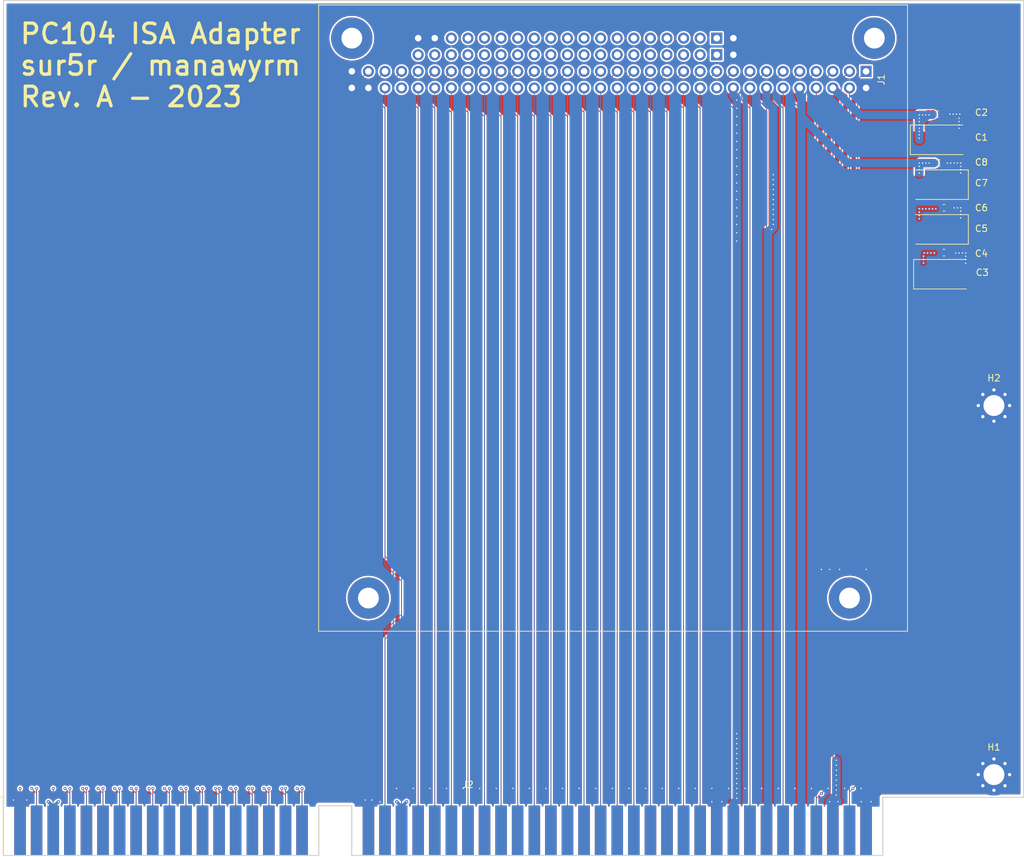
<source format=kicad_pcb>
(kicad_pcb (version 20221018) (generator pcbnew)
  (layers (0 "F.Cu" signal) (1 "In1.Cu" signal) (2 "In2.Cu" signal) (31 "B.Cu" signal) (34 "B.Paste" user) (35 "F.Paste" user) (36 "B.SilkS" user "B.Silkscreen") (37 "F.SilkS" user "F.Silkscreen") (38 "B.Mask" user) (39 "F.Mask" user) (44 "Edge.Cuts" user))
  (net 0 "")
  (net 1 "GND")
  (net 2 "+5V")
  (net 3 "/IO{slash}~{IOCHK}")
  (net 4 "/DB6{slash}SD6")
  (net 5 "/DB5{slash}SD5")
  (net 6 "/DB4{slash}SD4")
  (net 7 "/DB3{slash}SD3")
  (net 8 "/DB2{slash}SD2")
  (net 9 "/DB1{slash}SD1")
  (net 10 "/DB0{slash}SD0")
  (net 11 "/IO_READY{slash}IOCHRDY")
  (net 12 "/AEN")
  (net 13 "/BA19{slash}SA19")
  (net 14 "/BA18{slash}SA18")
  (net 15 "/BA17{slash}SA17")
  (net 16 "/BA16{slash}SA16")
  (net 17 "/BA15{slash}SA15")
  (net 18 "/BA14{slash}SA14")
  (net 19 "/BA13{slash}SA13")
  (net 20 "/BA12{slash}SA12")
  (net 21 "/BA1{slash}SA1")
  (net 22 "/BA10{slash}SA10")
  (net 23 "/BA9{slash}SA9")
  (net 24 "/BA8{slash}SA8")
  (net 25 "/BA7{slash}SA7")
  (net 26 "/BA6{slash}SA6")
  (net 27 "/BA5{slash}SA5")
  (net 28 "/BA4{slash}SA4")
  (net 29 "/BA3{slash}SA3")
  (net 30 "/DB7{slash}SD7")
  (net 31 "/BA2{slash}SA2")
  (net 32 "/BA0{slash}SA0")
  (net 33 "/RESET")
  (net 34 "/IRQ2{slash}IRQ9")
  (net 35 "-5V")
  (net 36 "/DRQ2")
  (net 37 "-12V")
  (net 38 "/~{SRDY}")
  (net 39 "+12V")
  (net 40 "/~{SMEMW}")
  (net 41 "/~{SMEMR}")
  (net 42 "/~{IOW}")
  (net 43 "/~{IOR}")
  (net 44 "/~{DACK3}")
  (net 45 "/DRQ3")
  (net 46 "/~{DACK1}")
  (net 47 "/DRQ1")
  (net 48 "/~{REFRESH}")
  (net 49 "/CLK{slash}BCLK")
  (net 50 "/IRQ7")
  (net 51 "/IRQ6")
  (net 52 "/IRQ5")
  (net 53 "/IRQ4")
  (net 54 "/IRQ3")
  (net 55 "/~{DACK2}")
  (net 56 "/TC")
  (net 57 "/ALE{slash}BALE")
  (net 58 "/OSC")
  (net 59 "/SBHE{slash}~{SBHE}")
  (net 60 "/LA23")
  (net 61 "/LA22")
  (net 62 "/LA21")
  (net 63 "/LA20")
  (net 64 "/LA19")
  (net 65 "/LA18")
  (net 66 "/LA17")
  (net 67 "/~{MEMR}")
  (net 68 "/~{MEMW}")
  (net 69 "/D8{slash}SD8")
  (net 70 "/D9{slash}SD9")
  (net 71 "/D10{slash}SD10")
  (net 72 "/D11{slash}SD11")
  (net 73 "/D12{slash}SD12")
  (net 74 "/D13{slash}SD13")
  (net 75 "/D14{slash}SD14")
  (net 76 "/D15{slash}SD15")
  (net 77 "/~{MEMCS16}")
  (net 78 "/~{IOCS16}")
  (net 79 "/IRQ10")
  (net 80 "/IRQ11")
  (net 81 "/IRQ12")
  (net 82 "/IRQ15")
  (net 83 "/IRQ14")
  (net 85 "/~{DACK0}")
  (net 86 "/DRQ0")
  (net 87 "/~{DACK5}")
  (net 88 "/DRQ5")
  (net 89 "/~{DACK6}")
  (net 90 "/DRQ6")
  (net 91 "/~{DACK7}")
  (net 92 "/DRQ7")
  (net 93 "/MASTER{slash}~{MASTER}")
  (net 94 "/BA11{slash}SA11")
  (footprint "Capacitor_Tantalum_SMD:CP_EIA-7343-15_Kemet-W" (layer "F.Cu") (at 186.7515 65.532 180)
    (fp_text reference "C5")
    (fp_text value "10u")
  )
  (footprint "Capacitor_SMD:C_0603_1608Metric" (layer "F.Cu") (at 187.439 62.23 180)
    (fp_text reference "C6")
    (fp_text value "100n")
  )
  (footprint "MountingHole:MountingHole_3.2mm_M3_Pad_Via" (layer "F.Cu") (at 195.08 149.015)
    (fp_text reference "H1")
    (fp_text value "~" hide)
  )
  (footprint "Capacitor_SMD:C_0603_1608Metric" (layer "F.Cu") (at 187.439 69.088)
    (fp_text reference "C4")
    (fp_text value "100n")
  )
  (footprint "Capacitor_SMD:C_0603_1608Metric" (layer "F.Cu") (at 186.45 47.879)
    (fp_text reference "C2")
    (fp_text value "100n")
  )
  (footprint "Capacitor_SMD:C_0603_1608Metric" (layer "F.Cu") (at 186.703 55.372 180)
    (fp_text reference "C8")
    (fp_text value "100n")
  )
  (footprint "Capacitor_Tantalum_SMD:CP_EIA-7343-15_Kemet-W" (layer "F.Cu") (at 186.69 51.816)
    (fp_text reference "C1")
    (fp_text value "10u")
  )
  (footprint "MountingHole:MountingHole_3.2mm_M3_Pad_Via" (layer "F.Cu") (at 195.08 92.5)
    (fp_text reference "H2")
    (fp_text value "~" hide)
  )
  (footprint "Connector_PCBEdge:BUS_AT" (layer "F.Cu") (at 175.5 157.54)
    (fp_text reference "J2")
    (fp_text value "Bus_ISA_16bit")
  )
  (footprint "local:PC104_16bit" (layer "F.Cu") (at 181.85 31.17 90)
    (fp_text reference "J1")
    (fp_text value "Bus_PC104_16bit")
  )
  (footprint "Capacitor_Tantalum_SMD:CP_EIA-7343-15_Kemet-W" (layer "F.Cu") (at 187.198 72.39)
    (fp_text reference "C3")
    (fp_text value "10u")
  )
  (footprint "Capacitor_Tantalum_SMD:CP_EIA-7343-15_Kemet-W" (layer "F.Cu") (at 186.7515 58.674 180)
    (fp_text reference "C7")
    (fp_text value "10u")
  )
  (gr_line (start 43.42 161.39) (end 91.68 161.39) (stroke (width 0.15)) (layer "Edge.Cuts"))
  (gr_line (start 96.76 161.39) (end 178.04 161.39) (stroke (width 0.15)) (layer "Edge.Cuts"))
  (gr_line (start 43.42 30.48) (end 43.42 161.39) (stroke (width 0.15)) (layer "Edge.Cuts"))
  (gr_line (start 199.63 152.5) (end 199.63 30.48) (stroke (width 0.15)) (layer "Edge.Cuts"))
  (gr_line (start 199.63 30.48) (end 43.42 30.48) (stroke (width 0.15)) (layer "Edge.Cuts"))
  (gr_line (start 96.76 153.77) (end 96.76 161.39) (stroke (width 0.15)) (layer "Edge.Cuts"))
  (gr_line (start 178.04 161.39) (end 178.04 152.5) (stroke (width 0.15)) (layer "Edge.Cuts"))
  (gr_line (start 178.04 152.5) (end 199.63 152.5) (stroke (width 0.15)) (layer "Edge.Cuts"))
  (gr_line (start 91.68 161.39) (end 91.68 153.77) (stroke (width 0.15)) (layer "Edge.Cuts"))
  (gr_line (start 91.68 153.77) (end 96.76 153.77) (stroke (width 0.15)) (layer "Edge.Cuts"))
  (gr_text "PC104 ISA Adapter\nsur5r / manawyrm\nRev. A - 2023" (at 45.72 46.99) (layer "F.SilkS") (effects (font (size 3 3) (thickness 0.5) bold) (justify left bottom)))
  (segment (start 188.976 62.23) (end 189.484 62.23) (width 1.27) (layer "F.Cu") (net 1))
  (segment (start 189.738 48.514) (end 189.738 49.022) (width 1.27) (layer "F.Cu") (net 1))
  (segment (start 188.214 62.23) (end 188.976 62.23) (width 1.27) (layer "F.Cu") (net 1))
  (segment (start 189.865 47.879) (end 189.865 50.04) (width 1.27) (layer "F.Cu") (net 1))
  (segment (start 189.992 55.88) (end 189.992 56.388) (width 1.27) (layer "F.Cu") (net 1))
  (segment (start 187.225 47.879) (end 188.849 47.879) (width 1.27) (layer "F.Cu") (net 1))
  (segment (start 189.2294 69.1394) (end 188.1254 69.1394) (width 1.27) (layer "F.Cu") (net 1))
  (segment (start 189.992 65.404) (end 189.864 65.532) (width 1.27) (layer "F.Cu") (net 1))
  (segment (start 189.992 55.372) (end 189.992 55.626) (width 1.27) (layer "F.Cu") (net 1))
  (segment (start 189.8025 51.816) (end 189.8025 50.1025) (width 1.27) (layer "F.Cu") (net 1))
  (segment (start 190.754 69.1388) (end 190.6134 69.2144) (width 1.27) (layer "F.Cu") (net 1))
  (segment (start 189.611 47.879) (end 189.611 47.879) (width 1.27) (layer "F.Cu") (net 1))
  (segment (start 189.738 50.038) (end 189.8025 49.9735) (width 1.27) (layer "F.Cu") (net 1))
  (segment (start 189.2306 69.1394) (end 189.23 69.1388) (width 1.27) (layer "F.Cu") (net 1))
  (segment (start 189.738 49.022) (end 189.738 49.53) (width 1.27) (layer "F.Cu") (net 1))
  (segment (start 187.478 55.372) (end 187.96 55.372) (width 1.27) (layer "F.Cu") (net 1))
  (segment (start 188.341 47.879) (end 187.225 47.879) (width 1.27) (layer "F.Cu") (net 1))
  (segment (start 190.6134 72.4154) (end 190.754 70.7136) (width 1.27) (layer "F.Cu") (net 1))
  (segment (start 189.7386 69.1394) (end 189.738 69.1388) (width 1.27) (layer "F.Cu") (net 1))
  (segment (start 189.357 47.879) (end 189.611 47.879) (width 1.27) (layer "F.Cu") (net 1))
  (segment (start 189.738 55.372) (end 189.992 55.372) (width 1.27) (layer "F.Cu") (net 1))
  (segment (start 189.484 55.372) (end 189.738 55.372) (width 1.27) (layer "F.Cu") (net 1))
  (segment (start 189.992 62.738) (end 189.992 63.246) (width 1.27) (layer "F.Cu") (net 1))
  (segment (start 188.468 55.372) (end 188.976 55.372) (width 1.27) (layer "F.Cu") (net 1))
  (segment (start 189.738 69.1388) (end 189.7374 69.1394) (width 1.27) (layer "F.Cu") (net 1))
  (segment (start 190.754 69.6468) (end 190.754 69.1388) (width 1.27) (layer "F.Cu") (net 1))
  (segment (start 190.2454 69.1394) (end 189.7386 69.1394) (width 1.27) (layer "F.Cu") (net 1))
  (segment (start 189.992 62.23) (end 189.992 62.738) (width 1.27) (layer "F.Cu") (net 1))
  (segment (start 189.738 48.006) (end 189.738 48.514) (width 1.27) (layer "F.Cu") (net 1))
  (segment (start 190.6134 69.2144) (end 190.5384 69.1394) (width 1.27) (layer "F.Cu") (net 1))
  (segment (start 189.738 49.276) (end 189.738 49.276) (width 1.27) (layer "F.Cu") (net 1))
  (segment (start 188.849 47.879) (end 189.357 47.879) (width 1.27) (layer "F.Cu") (net 1))
  (segment (start 189.7374 69.1394) (end 189.2306 69.1394) (width 1.27) (layer "F.Cu") (net 1))
  (segment (start 190.246 69.1388) (end 190.2454 69.1394) (width 1.27) (layer "F.Cu") (net 1))
  (segment (start 189.992 56.896) (end 189.992 58.546) (width 1.27) (layer "F.Cu") (net 1))
  (segment (start 189.992 55.626) (end 189.992 55.626) (width 1.27) (layer "F.Cu") (net 1))
  (segment (start 187.96 55.372) (end 188.468 55.372) (width 1.27) (layer "F.Cu") (net 1))
  (segment (start 189.8025 49.3405) (end 189.738 49.276) (width 1.27) (layer "F.Cu") (net 1))
  (segment (start 189.611 47.879) (end 189.865 47.879) (width 1.27) (layer "F.Cu") (net 1))
  (segment (start 188.976 55.372) (end 189.484 55.372) (width 1.27) (layer "F.Cu") (net 1))
  (segment (start 189.992 63.246) (end 189.992 63.754) (width 1.27) (layer "F.Cu") (net 1))
  (segment (start 189.992 58.546) (end 189.864 58.674) (width 1.27) (layer "F.Cu") (net 1))
  (segment (start 189.865 47.879) (end 189.865 48.133) (width 1.27) (layer "F.Cu") (net 1))
  (segment (start 189.738 51.7515) (end 189.8025 51.816) (width 1.27) (layer "F.Cu") (net 1))
  (segment (start 189.992 55.626) (end 189.992 55.88) (width 1.27) (layer "F.Cu") (net 1))
  (segment (start 190.754 70.7136) (end 190.754 70.1548) (width 1.27) (layer "F.Cu") (net 1))
  (segment (start 189.738 55.372) (end 189.738 55.372) (width 1.27) (layer "F.Cu") (net 1))
  (segment (start 189.8025 49.9735) (end 189.8025 49.3405) (width 1.27) (layer "F.Cu") (net 1))
  (segment (start 189.484 62.23) (end 189.992 62.23) (width 1.27) (layer "F.Cu") (net 1))
  (segment (start 190.754 70.1548) (end 190.754 69.6468) (width 1.27) (layer "F.Cu") (net 1))
  (segment (start 189.992 63.754) (end 189.992 65.404) (width 1.27) (layer "F.Cu") (net 1))
  (segment (start 189.8025 50.1025) (end 189.738 50.038) (width 1.27) (layer "F.Cu") (net 1))
  (segment (start 189.23 69.1388) (end 189.2294 69.1394) (width 1.27) (layer "F.Cu") (net 1))
  (segment (start 189.738 49.276) (end 189.738 49.276) (width 1.27) (layer "F.Cu") (net 1))
  (segment (start 189.992 56.388) (end 189.992 56.896) (width 1.27) (layer "F.Cu") (net 1))
  (segment (start 189.738 49.53) (end 189.738 51.7515) (width 1.27) (layer "F.Cu") (net 1))
  (segment (start 190.5384 69.1394) (end 190.2466 69.1394) (width 1.27) (layer "F.Cu") (net 1))
  (segment (start 189.8025 50.1025) (end 189.865 50.04) (width 1.27) (layer "F.Cu") (net 1))
  (segment (start 190.2466 69.1394) (end 190.246 69.1388) (width 1.27) (layer "F.Cu") (net 1))
  (segment (start 189.865 48.133) (end 189.738 48.006) (width 1.27) (layer "F.Cu") (net 1))
  (via (at 136.652 151.13) (size 0.45) (drill 0.2) (layers "F.Cu" "B.Cu") (net 1))
  (via (at 189.992 63.754) (size 0.45) (drill 0.2) (layers "F.Cu" "B.Cu") (net 1))
  (via (at 153.416 153.162) (size 0.45) (drill 0.2) (layers "F.Cu" "B.Cu") (net 1))
  (via (at 123.952 151.13) (size 0.45) (drill 0.2) (layers "F.Cu" "B.Cu") (net 1))
  (via (at 189.484 62.23) (size 0.45) (drill 0.2) (layers "F.Cu" "B.Cu") (net 1))
  (via (at 175.514 117.602) (size 0.45) (drill 0.2) (layers "F.Cu" "B.Cu") (net 1))
  (via (at 190.754 70.1548) (size 0.45) (drill 0.2) (layers "F.Cu" "B.Cu") (net 1))
  (via (at 46.99 152.908) (size 0.45) (drill 0.2) (layers "F.Cu" "B.Cu") (net 1))
  (via (at 162.052 151.13) (size 0.45) (drill 0.2) (layers "F.Cu" "B.Cu") (net 1))
  (via (at 189.992 56.896) (size 0.45) (drill 0.2) (layers "F.Cu" "B.Cu") (net 1))
  (via (at 190.754 69.1388) (size 0.45) (drill 0.2) (layers "F.Cu" "B.Cu") (net 1))
  (via (at 188.976 55.372) (size 0.45) (drill 0.2) (layers "F.Cu" "B.Cu") (net 1))
  (via (at 189.738 50.038) (size 0.45) (drill 0.2) (layers "F.Cu" "B.Cu") (net 1))
  (via (at 113.792 151.13) (size 0.45) (drill 0.2) (layers "F.Cu" "B.Cu") (net 1))
  (via (at 98.806 152.908) (size 0.45) (drill 0.2) (layers "F.Cu" "B.Cu") (net 1))
  (via (at 167.132 151.13) (size 0.45) (drill 0.2) (layers "F.Cu" "B.Cu") (net 1))
  (via (at 126.492 151.13) (size 0.45) (drill 0.2) (layers "F.Cu" "B.Cu") (net 1))
  (via (at 141.732 151.13) (size 0.45) (drill 0.2) (layers "F.Cu" "B.Cu") (net 1))
  (via (at 169.926 117.602) (size 0.45) (drill 0.2) (layers "F.Cu" "B.Cu") (net 1))
  (via (at 99.822 152.908) (size 0.45) (drill 0.2) (layers "F.Cu" "B.Cu") (net 1))
  (via (at 189.992 63.246) (size 0.45) (drill 0.2) (layers "F.Cu" "B.Cu") (net 1))
  (via (at 189.738 49.022) (size 0.45) (drill 0.2) (layers "F.Cu" "B.Cu") (net 1))
  (via (at 151.892 153.162) (size 0.45) (drill 0.2) (layers "F.Cu" "B.Cu") (net 1))
  (via (at 189.992 55.372) (size 0.45) (drill 0.2) (layers "F.Cu" "B.Cu") (net 1))
  (via (at 189.992 62.23) (size 0.45) (drill 0.2) (layers "F.Cu" "B.Cu") (net 1))
  (via (at 149.352 151.13) (size 0.45) (drill 0.2) (layers "F.Cu" "B.Cu") (net 1))
  (via (at 174.752 153.162) (size 0.45) (drill 0.2) (layers "F.Cu" "B.Cu") (net 1))
  (via (at 188.976 62.23) (size 0.45) (drill 0.2) (layers "F.Cu" "B.Cu") (net 1))
  (via (at 106.172 151.13) (size 0.45) (drill 0.2) (layers "F.Cu" "B.Cu") (net 1))
  (via (at 139.192 151.13) (size 0.45) (drill 0.2) (layers "F.Cu" "B.Cu") (net 1))
  (via (at 169.672 151.13) (size 0.45) (drill 0.2) (layers "F.Cu" "B.Cu") (net 1))
  (via (at 144.272 151.13) (size 0.45) (drill 0.2) (layers "F.Cu" "B.Cu") (net 1))
  (via (at 174.752 151.13) (size 0.45) (drill 0.2) (layers "F.Cu" "B.Cu") (net 1))
  (via (at 190.754 69.6468) (size 0.45) (drill 0.2) (layers "F.Cu" "B.Cu") (net 1))
  (via (at 176.276 153.162) (size 0.45) (drill 0.2) (layers "F.Cu" "B.Cu") (net 1))
  (via (at 189.738 48.514) (size 0.45) (drill 0.2) (layers "F.Cu" "B.Cu") (net 1))
  (via (at 116.332 151.13) (size 0.45) (drill 0.2) (layers "F.Cu" "B.Cu") (net 1))
  (via (at 189.992 62.738) (size 0.45) (drill 0.2) (layers "F.Cu" "B.Cu") (net 1))
  (via (at 118.872 151.13) (size 0.45) (drill 0.2) (layers "F.Cu" "B.Cu") (net 1))
  (via (at 171.45 117.602) (size 0.45) (drill 0.2) (layers "F.Cu" "B.Cu") (net 1))
  (via (at 190.754 70.7136) (size 0.45) (drill 0.2) (layers "F.Cu" "B.Cu") (net 1))
  (via (at 164.592 151.13) (size 0.45) (drill 0.2) (layers "F.Cu" "B.Cu") (net 1))
  (via (at 189.23 69.1388) (size 0.45) (drill 0.2) (layers "F.Cu" "B.Cu") (net 1))
  (via (at 188.849 47.879) (size 0.45) (drill 0.2) (layers "F.Cu" "B.Cu") (net 1))
  (via (at 189.992 56.388) (size 0.45) (drill 0.2) (layers "F.Cu" "B.Cu") (net 1))
  (via (at 156.972 151.13) (size 0.45) (drill 0.2) (layers "F.Cu" "B.Cu") (net 1))
  (via (at 159.512 151.13) (size 0.45) (drill 0.2) (layers "F.Cu" "B.Cu") (net 1))
  (via (at 129.032 151.13) (size 0.45) (drill 0.2) (layers "F.Cu" "B.Cu") (net 1))
  (via (at 187.96 55.372) (size 0.45) (drill 0.2) (layers "F.Cu" "B.Cu") (net 1))
  (via (at 168.656 117.602) (size 0.45) (drill 0.2) (layers "F.Cu" "B.Cu") (net 1))
  (via (at 146.812 151.13) (size 0.45) (drill 0.2) (layers "F.Cu" "B.Cu") (net 1))
  (via (at 111.252 151.13) (size 0.45) (drill 0.2) (layers "F.Cu" "B.Cu") (net 1))
  (via (at 188.468 55.372) (size 0.45) (drill 0.2) (layers "F.Cu" "B.Cu") (net 1))
  (via (at 172.212 151.13) (size 0.45) (drill 0.2) (layers "F.Cu" "B.Cu") (net 1))
  (via (at 189.357 47.879) (size 0.45) (drill 0.2) (layers "F.Cu" "B.Cu") (net 1))
  (via (at 189.992 55.88) (size 0.45) (drill 0.2) (layers "F.Cu" "B.Cu") (net 1))
  (via (at 108.712 151.13) (size 0.45) (drill 0.2) (layers "F.Cu" "B.Cu") (net 1))
  (via (at 189.738 69.1388) (size 0.45) (drill 0.2) (layers "F.Cu" "B.Cu") (net 1))
  (via (at 189.865 47.879) (size 0.45) (drill 0.2) (layers "F.Cu" "B.Cu") (net 1))
  (via (at 190.246 69.1388) (size 0.45) (drill 0.2) (layers "F.Cu" "B.Cu") (net 1))
  (via (at 131.572 151.13) (size 0.45) (drill 0.2) (layers "F.Cu" "B.Cu") (net 1))
  (via (at 44.958 152.908) (size 0.45) (drill 0.2) (layers "F.Cu" "B.Cu") (net 1))
  (via (at 121.412 151.13) (size 0.45) (drill 0.2) (layers "F.Cu" "B.Cu") (net 1))
  (via (at 154.432 151.13) (size 0.45) (drill 0.2) (layers "F.Cu" "B.Cu") (net 1))
  (via (at 189.484 55.372) (size 0.45) (drill 0.2) (layers "F.Cu" "B.Cu") (net 1))
  (via (at 151.892 151.13) (size 0.45) (drill 0.2) (layers "F.Cu" "B.Cu") (net 1))
  (via (at 189.738 49.53) (size 0.45) (drill 0.2) (layers "F.Cu" "B.Cu") (net 1))
  (via (at 134.112 151.13) (size 0.45) (drill 0.2) (layers "F.Cu" "B.Cu") (net 1))
  (via (at 101.092 153.162) (size 0.45) (drill 0.2) (layers "F.Cu" "B.Cu") (net 1))
  (via (at 103.632 151.13) (size 0.45) (drill 0.2) (layers "F.Cu" "B.Cu") (net 1))
  (via (at 188.341 47.879) (size 0.45) (drill 0.2) (layers "F.Cu" "B.Cu") (net 1))
  (segment (start 98.806 153.162) (end 99.3 153.656) (width 1.27) (layer "B.Cu") (net 1))
  (segment (start 99.3 157.54) (end 99.3 153.856) (width 1.27) (layer "B.Cu") (net 1))
  (segment (start 175.5 157.54) (end 175.5 153.91) (width 0.5) (layer "B.Cu") (net 1))
  (segment (start 175.514 157.526) (end 175.5 157.54) (width 0.5) (layer "B.Cu") (net 1))
  (segment (start 99.3 153.856) (end 100.188 152.968) (width 1.27) (layer "B.Cu") (net 1))
  (segment (start 152.64 153.938) (end 153.416 153.162) (width 0.5) (layer "B.Cu") (net 1))
  (segment (start 176.276 153.162) (end 176.022 153.416) (width 0.5) (layer "B.Cu") (net 1))
  (segment (start 99.3 153.656) (end 99.3 157.54) (width 1.27) (layer "B.Cu") (net 1))
  (segment (start 152.64 157.54) (end 152.64 153.938) (width 0.5) (layer "B.Cu") (net 1))
  (segment (start 152.64 157.54) (end 152.64 153.91) (width 0.5) (layer "B.Cu") (net 1))
  (segment (start 175.514 153.416) (end 175.514 157.526) (width 0.5) (layer "B.Cu") (net 1))
  (segment (start 174.752 153.162) (end 176.276 153.162) (width 0.5) (layer "B.Cu") (net 1))
  (segment (start 176.022 153.416) (end 175.514 153.416) (width 0.5) (layer "B.Cu") (net 1))
  (segment (start 152.64 153.91) (end 151.892 153.162) (width 0.5) (layer "B.Cu") (net 1))
  (segment (start 100.188 152.968) (end 100.898 152.968) (width 1.27) (layer "B.Cu") (net 1))
  (segment (start 175.5 153.91) (end 174.752 153.162) (width 0.5) (layer "B.Cu") (net 1))
  (segment (start 184.658 48.006) (end 185.166 48.006) (width 1.27) (layer "F.Cu") (net 2))
  (segment (start 183.642 48.006) (end 184.15 48.006) (width 1.27) (layer "F.Cu") (net 2))
  (segment (start 183.5775 51.816) (end 183.5775 48.0705) (width 1.27) (layer "F.Cu") (net 2))
  (segment (start 185.675 47.879) (end 185.166 48.006) (width 1.27) (layer "F.Cu") (net 2))
  (segment (start 184.15 48.006) (end 184.658 48.006) (width 1.27) (layer "F.Cu") (net 2))
  (segment (start 185.166 48.006) (end 185.039 47.879) (width 1.27) (layer "F.Cu") (net 2))
  (segment (start 183.5775 48.0705) (end 183.642 48.006) (width 1.27) (layer "F.Cu") (net 2))
  (via (at 170.942 150.622) (size 0.45) (drill 0.2) (layers "F.Cu" "B.Cu") (net 2))
  (via (at 185.166 48.006) (size 0.45) (drill 0.2) (layers "F.Cu" "B.Cu") (net 2))
  (via (at 169.926 153.162) (size 0.45) (drill 0.2) (layers "F.Cu" "B.Cu") (net 2))
  (via (at 183.642 51.054) (size 0.45) (drill 0.2) (layers "F.Cu" "B.Cu") (net 2))
  (via (at 170.942 148.336) (size 0.45) (drill 0.2) (layers "F.Cu" "B.Cu") (net 2))
  (via (at 183.642 49.53) (size 0.45) (drill 0.2) (layers "F.Cu" "B.Cu") (net 2))
  (via (at 183.642 50.038) (size 0.45) (drill 0.2) (layers "F.Cu" "B.Cu") (net 2))
  (via (at 105.156 153.162) (size 0.45) (drill 0.2) (layers "F.Cu" "B.Cu") (net 2))
  (via (at 183.642 48.006) (size 0.45) (drill 0.2) (layers "F.Cu" "B.Cu") (net 2))
  (via (at 183.642 49.022) (size 0.45) (drill 0.2) (layers "F.Cu" "B.Cu") (net 2))
  (via (at 170.942 152.146) (size 0.45) (drill 0.2) (layers "F.Cu" "B.Cu") (net 2))
  (via (at 51.816 153.162) (size 0.45) (drill 0.2) (layers "F.Cu" "B.Cu") (net 2))
  (via (at 170.942 149.86) (size 0.45) (drill 0.2) (layers "F.Cu" "B.Cu") (net 2))
  (via (at 50.292 153.162) (size 0.45) (drill 0.2) (layers "F.Cu" "B.Cu") (net 2))
  (via (at 170.942 146.812) (size 0.45) (drill 0.2) (layers "F.Cu" "B.Cu") (net 2))
  (via (at 183.642 50.546) (size 0.45) (drill 0.2) (layers "F.Cu" "B.Cu") (net 2))
  (via (at 184.658 48.006) (size 0.45) (drill 0.2) (layers "F.Cu" "B.Cu") (net 2))
  (via (at 171.196 153.162) (size 0.45) (drill 0.2) (layers "F.Cu" "B.Cu") (net 2))
  (via (at 170.942 147.574) (size 0.45) (drill 0.2) (layers "F.Cu" "B.Cu") (net 2))
  (via (at 170.942 149.098) (size 0.45) (drill 0.2) (layers "F.Cu" "B.Cu") (net 2))
  (via (at 183.642 51.562) (size 0.45) (drill 0.2) (layers "F.Cu" "B.Cu") (net 2))
  (via (at 103.632 153.162) (size 0.45) (drill 0.2) (layers "F.Cu" "B.Cu") (net 2))
  (via (at 184.15 48.006) (size 0.45) (drill 0.2) (layers "F.Cu" "B.Cu") (net 2))
  (via (at 183.642 48.514) (size 0.45) (drill 0.2) (layers "F.Cu" "B.Cu") (net 2))
  (via (at 170.942 151.384) (size 0.45) (drill 0.2) (layers "F.Cu" "B.Cu") (net 2))
  (segment (start 183.642 51.054) (end 183.642 51.562) (width 1.27) (layer "B.Cu") (net 2))
  (segment (start 51.04 157.54) (end 51.04 153.91) (width 0.5) (layer "B.Cu") (net 2))
  (segment (start 183.642 49.022) (end 183.642 50.546) (width 1.27) (layer "B.Cu") (net 2))
  (segment (start 104.38 157.54) (end 104.38 153.938) (width 0.5) (layer "B.Cu") (net 2))
  (segment (start 183.642 48.006) (end 184.912 48.006) (width 1.27) (layer "B.Cu") (net 2))
  (segment (start 183.642 48.514) (end 183.642 49.022) (width 1.27) (layer "B.Cu") (net 2))
  (segment (start 170.942 148.336) (end 170.942 147.574) (width 1.27) (layer "B.Cu") (net 2))
  (segment (start 169.926 153.162) (end 169.926 153.162) (width 1.27) (layer "B.Cu") (net 2))
  (segment (start 51.04 157.54) (end 51.04 153.938) (width 0.5) (layer "B.Cu") (net 2))
  (segment (start 170.942 147.574) (end 170.942 146.812) (width 1.27) (layer "B.Cu") (net 2))
  (segment (start 170.942 150.622) (end 170.942 149.86) (width 1.27) (layer "B.Cu") (net 2))
  (segment (start 170.942 149.098) (end 170.942 148.336) (width 1.27) (layer "B.Cu") (net 2))
  (segment (start 169.926 153.162) (end 169.926 153.162) (width 1.27) (layer "B.Cu") (net 2))
  (segment (start 170.942 151.384) (end 170.942 150.622) (width 1.27) (layer "B.Cu") (net 2))
  (segment (start 170.942 152.146) (end 170.942 151.384) (width 1.27) (layer "B.Cu") (net 2))
  (segment (start 183.642 50.546) (end 183.642 51.054) (width 1.27) (layer "B.Cu") (net 2))
  (segment (start 183.642 50.038) (end 183.642 49.53) (width 1.27) (layer "B.Cu") (net 2))
  (segment (start 183.642 49.53) (end 183.642 49.276) (width 1.27) (layer "B.Cu") (net 2))
  (segment (start 170.42 157.54) (end 170.42 152.668) (width 1.27) (layer "B.Cu") (net 2))
  (segment (start 51.04 153.938) (end 51.816 153.162) (width 0.5) (layer "B.Cu") (net 2))
  (segment (start 185.166 48.006) (end 185.674 48.006) (width 1.27) (layer "B.Cu") (net 2))
  (segment (start 170.42 152.668) (end 170.942 152.146) (width 1.27) (layer "B.Cu") (net 2))
  (segment (start 174.556 48.006) (end 183.642 48.006) (width 1.27) (layer "B.Cu") (net 2))
  (segment (start 104.38 153.938) (end 105.156 153.162) (width 0.5) (layer "B.Cu") (net 2))
  (segment (start 183.642 48.006) (end 183.642 48.514) (width 1.27) (layer "B.Cu") (net 2))
  (segment (start 183.642 51.562) (end 183.642 51.816) (width 1.27) (layer "B.Cu") (net 2))
  (segment (start 169.926 153.162) (end 170.942 152.146) (width 1.27) (layer "B.Cu") (net 2))
  (segment (start 170.42 43.87) (end 174.556 48.006) (width 1.27) (layer "B.Cu") (net 2))
  (segment (start 183.642 49.276) (end 184.912 48.006) (width 1.27) (layer "B.Cu") (net 2))
  (segment (start 104.38 153.91) (end 103.632 153.162) (width 0.5) (layer "B.Cu") (net 2))
  (segment (start 170.42 152.668) (end 169.926 153.162) (width 1.27) (layer "B.Cu") (net 2))
  (segment (start 51.04 153.91) (end 50.292 153.162) (width 0.5) (layer "B.Cu") (net 2))
  (segment (start 170.942 149.86) (end 170.942 149.098) (width 1.27) (layer "B.Cu") (net 2))
  (segment (start 171.196 153.162) (end 170.42 152.668) (width 1.27) (layer "B.Cu") (net 2))
  (segment (start 104.38 157.54) (end 104.38 153.91) (width 0.5) (layer "B.Cu") (net 2))
  (segment (start 179.578 117.87) (end 174.23 112.522) (width 0.127) (layer "F.Cu") (net 3))
  (segment (start 174.23 42.6) (end 175.5 41.33) (width 0.127) (layer "F.Cu") (net 3))
  (segment (start 179.578 125.476) (end 179.578 117.87) (width 0.127) (layer "F.Cu") (net 3))
  (segment (start 175.5 157.54) (end 175.5 129.554) (width 0.127) (layer "F.Cu") (net 3))
  (segment (start 175.5 129.554) (end 179.578 125.476) (width 0.127) (layer "F.Cu") (net 3))
  (segment (start 174.23 112.522) (end 174.23 42.6) (width 0.127) (layer "F.Cu") (net 3))
  (segment (start 170.42 118.745) (end 169.15 120.015) (width 0.127) (layer "F.Cu") (net 4))
  (segment (start 169.15 45.085) (end 169.15 42.6) (width 0.127) (layer "F.Cu") (net 4))
  (segment (start 170.42 46.99) (end 170.42 118.745) (width 0.127) (layer "F.Cu") (net 4))
  (segment (start 169.15 120.015) (end 169.15 124.46) (width 0.127) (layer "F.Cu") (net 4))
  (segment (start 170.42 125.73) (end 169.15 124.46) (width 0.127) (layer "F.Cu") (net 4))
  (segment (start 170.42 157.54) (end 170.42 125.73) (width 0.127) (layer "F.Cu") (net 4))
  (segment (start 169.15 45.085) (end 169.15 45.72) (width 0.127) (layer "F.Cu") (net 4))
  (segment (start 169.15 45.72) (end 170.42 46.99) (width 0.127) (layer "F.Cu") (net 4))
  (segment (start 169.15 42.6) (end 170.42 41.33) (width 0.127) (layer "F.Cu") (net 4))
  (segment (start 167.88 46.99) (end 167.88 157.54) (width 0.127) (layer "F.Cu") (net 5))
  (segment (start 166.61 45.72) (end 167.88 46.99) (width 0.127) (layer "F.Cu") (net 5))
  (segment (start 166.61 42.6) (end 166.61 45.72) (width 0.127) (layer "F.Cu") (net 5))
  (segment (start 167.88 41.33) (end 166.61 42.6) (width 0.127) (layer "F.Cu") (net 5))
  (segment (start 165.34 46.99) (end 165.34 157.54) (width 0.127) (layer "F.Cu") (net 6))
  (segment (start 165.34 41.33) (end 164.07 42.6) (width 0.127) (layer "F.Cu") (net 6))
  (segment (start 164.07 45.72) (end 165.34 46.99) (width 0.127) (layer "F.Cu") (net 6))
  (segment (start 164.07 42.6) (end 164.07 45.72) (width 0.127) (layer "F.Cu") (net 6))
  (segment (start 161.53 45.72) (end 162.8 46.99) (width 0.127) (layer "F.Cu") (net 7))
  (segment (start 161.53 42.6) (end 161.53 45.72) (width 0.127) (layer "F.Cu") (net 7))
  (segment (start 162.8 46.99) (end 162.8 157.54) (width 0.127) (layer "F.Cu") (net 7))
  (segment (start 162.8 41.33) (end 161.53 42.6) (width 0.127) (layer "F.Cu") (net 7))
  (segment (start 158.99 42.6) (end 160.26 41.33) (width 0.127) (layer "F.Cu") (net 8))
  (segment (start 160.26 46.99) (end 158.99 45.72) (width 0.127) (layer "F.Cu") (net 8))
  (segment (start 158.99 45.72) (end 158.99 42.6) (width 0.127) (layer "F.Cu") (net 8))
  (segment (start 160.26 157.54) (end 160.26 46.99) (width 0.127) (layer "F.Cu") (net 8))
  (segment (start 156.45 42.6) (end 156.45 45.72) (width 0.127) (layer "F.Cu") (net 9))
  (segment (start 157.72 46.99) (end 157.72 157.54) (width 0.127) (layer "F.Cu") (net 9))
  (segment (start 156.45 45.72) (end 157.72 46.99) (width 0.127) (layer "F.Cu") (net 9))
  (segment (start 157.72 41.33) (end 156.45 42.6) (width 0.127) (layer "F.Cu") (net 9))
  (segment (start 153.91 45.72) (end 153.91 42.6) (width 0.127) (layer "F.Cu") (net 10))
  (segment (start 155.18 46.99) (end 153.91 45.72) (width 0.127) (layer "F.Cu") (net 10))
  (segment (start 153.91 42.6) (end 155.18 41.33) (width 0.127) (layer "F.Cu") (net 10))
  (segment (start 155.18 157.54) (end 155.18 46.99) (width 0.127) (layer "F.Cu") (net 10))
  (segment (start 151.37 42.6) (end 151.37 45.72) (width 0.127) (layer "F.Cu") (net 11))
  (segment (start 152.64 46.99) (end 152.64 157.54) (width 0.127) (layer "F.Cu") (net 11))
  (segment (start 151.37 45.72) (end 152.64 46.99) (width 0.127) (layer "F.Cu") (net 11))
  (segment (start 152.64 41.33) (end 151.37 42.6) (width 0.127) (layer "F.Cu") (net 11))
  (segment (start 150.1 157.54) (end 150.1 46.99) (width 0.127) (layer "F.Cu") (net 12))
  (segment (start 148.83 42.6) (end 150.1 41.33) (width 0.127) (layer "F.Cu") (net 12))
  (segment (start 148.83 45.72) (end 148.83 42.6) (width 0.127) (layer "F.Cu") (net 12))
  (segment (start 150.1 46.99) (end 148.83 45.72) (width 0.127) (layer "F.Cu") (net 12))
  (segment (start 147.56 41.33) (end 146.29 42.6) (width 0.127) (layer "F.Cu") (net 13))
  (segment (start 146.29 45.72) (end 147.56 46.99) (width 0.127) (layer "F.Cu") (net 13))
  (segment (start 147.56 46.99) (end 147.56 157.54) (width 0.127) (layer "F.Cu") (net 13))
  (segment (start 146.29 42.6) (end 146.29 45.72) (width 0.127) (layer "F.Cu") (net 13))
  (segment (start 143.75 42.6) (end 145.02 41.33) (width 0.127) (layer "F.Cu") (net 14))
  (segment (start 145.02 157.54) (end 145.02 47.625) (width 0.127) (layer "F.Cu") (net 14))
  (segment (start 143.75 46.355) (end 143.75 42.6) (width 0.127) (layer "F.Cu") (net 14))
  (segment (start 145.02 47.625) (end 143.75 46.355) (width 0.127) (layer "F.Cu") (net 14))
  (segment (start 142.48 41.33) (end 141.21 42.6) (width 0.127) (layer "F.Cu") (net 15))
  (segment (start 142.48 47.625) (end 142.48 157.54) (width 0.127) (layer "F.Cu") (net 15))
  (segment (start 141.21 46.355) (end 142.48 47.625) (width 0.127) (layer "F.Cu") (net 15))
  (segment (start 141.21 42.6) (end 141.21 46.355) (width 0.127) (layer "F.Cu") (net 15))
  (segment (start 138.67 42.6) (end 139.94 41.33) (width 0.127) (layer "F.Cu") (net 16))
  (segment (start 139.94 47.625) (end 138.67 46.355) (width 0.127) (layer "F.Cu") (net 16))
  (segment (start 138.67 46.355) (end 138.67 42.6) (width 0.127) (layer "F.Cu") (net 16))
  (segment (start 139.94 157.54) (end 139.94 47.625) (width 0.127) (layer "F.Cu") (net 16))
  (segment (start 137.4 41.33) (end 136.13 42.6) (width 0.127) (layer "F.Cu") (net 17))
  (segment (start 136.13 46.355) (end 137.4 47.625) (width 0.127) (layer "F.Cu") (net 17))
  (segment (start 136.13 42.6) (end 136.13 46.355) (width 0.127) (layer "F.Cu") (net 17))
  (segment (start 137.4 47.625) (end 137.4 157.54) (width 0.127) (layer "F.Cu") (net 17))
  (segment (start 133.59 46.355) (end 133.59 42.6) (width 0.127) (layer "F.Cu") (net 18))
  (segment (start 134.86 47.625) (end 133.59 46.355) (width 0.127) (layer "F.Cu") (net 18))
  (segment (start 133.59 42.6) (end 134.86 41.33) (width 0.127) (layer "F.Cu") (net 18))
  (segment (start 134.86 157.54) (end 134.86 47.625) (width 0.127) (layer "F.Cu") (net 18))
  (segment (start 132.32 47.625) (end 132.32 157.54) (width 0.127) (layer "F.Cu") (net 19))
  (segment (start 131.05 42.6) (end 131.05 46.355) (width 0.127) (layer "F.Cu") (net 19))
  (segment (start 132.32 41.33) (end 131.05 42.6) (width 0.127) (layer "F.Cu") (net 19))
  (segment (start 131.05 46.355) (end 132.32 47.625) (width 0.127) (layer "F.Cu") (net 19))
  (segment (start 129.78 48.26) (end 128.51 46.99) (width 0.127) (layer "F.Cu") (net 20))
  (segment (start 129.78 157.54) (end 129.78 48.26) (width 0.127) (layer "F.Cu") (net 20))
  (segment (start 128.51 46.99) (end 128.51 42.6) (width 0.127) (layer "F.Cu") (net 20))
  (segment (start 128.51 42.6) (end 129.78 41.33) (width 0.127) (layer "F.Cu") (net 20))
  (segment (start 101.84 46.99) (end 100.57 45.72) (width 0.127) (layer "F.Cu") (net 21))
  (segment (start 101.84 157.54) (end 101.84 129.54) (width 0.127) (layer "F.Cu") (net 21))
  (segment (start 101.84 115.57) (end 101.84 46.99) (width 0.127) (layer "F.Cu") (net 21))
  (segment (start 103.11 116.84) (end 103.11 118.745) (width 0.127) (layer "F.Cu") (net 21))
  (segment (start 100.57 42.6) (end 101.84 41.33) (width 0.127) (layer "F.Cu") (net 21))
  (segment (start 101.84 128.27) (end 103.11 127) (width 0.127) (layer "F.Cu") (net 21))
  (segment (start 103.11 124.46) (end 103.11 125.095) (width 0.127) (layer "F.Cu") (net 21))
  (segment (start 103.11 125.095) (end 103.11 118.11) (width 0.127) (layer "F.Cu") (net 21))
  (segment (start 103.11 127) (end 103.11 124.46) (width 0.127) (layer "F.Cu") (net 21))
  (segment (start 100.57 45.72) (end 100.57 42.6) (width 0.127) (layer "F.Cu") (net 21))
  (segment (start 101.84 129.54) (end 101.84 128.27) (width 0.127) (layer "F.Cu") (net 21))
  (segment (start 101.84 115.57) (end 103.11 116.84) (width 0.127) (layer "F.Cu") (net 21))
  (segment (start 123.43 42.6) (end 123.43 46.99) (width 0.127) (layer "F.Cu") (net 22))
  (segment (start 124.7 48.26) (end 124.7 157.54) (width 0.127) (layer "F.Cu") (net 22))
  (segment (start 123.43 46.99) (end 124.7 48.26) (width 0.127) (layer "F.Cu") (net 22))
  (segment (start 124.7 41.33) (end 123.43 42.6) (width 0.127) (layer "F.Cu") (net 22))
  (segment (start 122.16 48.26) (end 120.89 46.99) (width 0.127) (layer "F.Cu") (net 23))
  (segment (start 120.945 42.545) (end 122.16 41.33) (width 0.127) (layer "F.Cu") (net 23))
  (segment (start 120.89 42.545) (end 120.945 42.545) (width 0.127) (layer "F.Cu") (net 23))
  (segment (start 120.89 46.99) (end 120.89 42.545) (width 0.127) (layer "F.Cu") (net 23))
  (segment (start 122.16 157.54) (end 122.16 48.26) (width 0.127) (layer "F.Cu") (net 23))
  (segment (start 118.35 46.99) (end 119.62 48.26) (width 0.127) (layer "F.Cu") (net 24))
  (segment (start 118.35 42.6) (end 118.35 46.99) (width 0.127) (layer "F.Cu") (net 24))
  (segment (start 119.62 48.26) (end 119.62 157.54) (width 0.127) (layer "F.Cu") (net 24))
  (segment (start 119.62 41.33) (end 118.35 42.6) (width 0.127) (layer "F.Cu") (net 24))
  (segment (start 115.81 46.99) (end 117.08 48.26) (width 0.127) (layer "F.Cu") (net 25))
  (segment (start 115.81 46.99) (end 115.81 42.6) (width 0.127) (layer "F.Cu") (net 25))
  (segment (start 117.08 48.895) (end 117.08 157.54) (width 0.127) (layer "F.Cu") (net 25))
  (segment (start 115.81 42.6) (end 117.08 41.33) (width 0.127) (layer "F.Cu") (net 25))
  (segment (start 117.08 48.26) (end 117.08 48.895) (width 0.127) (layer "F.Cu") (net 25))
  (segment (start 114.54 47.625) (end 114.54 157.54) (width 0.127) (layer "F.Cu") (net 26))
  (segment (start 113.27 46.355) (end 114.54 47.625) (width 0.127) (layer "F.Cu") (net 26))
  (segment (start 114.54 41.33) (end 113.325 42.545) (width 0.127) (layer "F.Cu") (net 26))
  (segment (start 113.27 42.545) (end 113.27 46.355) (width 0.127) (layer "F.Cu") (net 26))
  (segment (start 113.325 42.545) (end 113.27 42.545) (width 0.127) (layer "F.Cu") (net 26))
  (segment (start 112 47.625) (end 111.365 46.99) (width 0.127) (layer "F.Cu") (net 27))
  (segment (start 110.73 42.6) (end 110.73 43.18) (width 0.127) (layer "F.Cu") (net 27))
  (segment (start 112 157.54) (end 112 47.625) (width 0.127) (layer "F.Cu") (net 27))
  (segment (start 110.73 46.355) (end 112 47.625) (width 0.127) (layer "F.Cu") (net 27))
  (segment (start 112 41.33) (end 110.73 42.6) (width 0.127) (layer "F.Cu") (net 27))
  (segment (start 110.73 43.18) (end 110.73 46.355) (width 0.127) (layer "F.Cu") (net 27))
  (segment (start 108.19 42.6) (end 108.19 45.72) (width 0.127) (layer "F.Cu") (net 28))
  (segment (start 108.19 45.72) (end 109.46 46.99) (width 0.127) (layer "F.Cu") (net 28))
  (segment (start 109.46 41.33) (end 108.19 42.6) (width 0.127) (layer "F.Cu") (net 28))
  (segment (start 109.46 46.99) (end 109.46 157.54) (width 0.127) (layer "F.Cu") (net 28))
  (segment (start 106.92 157.54) (end 106.92 46.99) (width 0.127) (layer "F.Cu") (net 29))
  (segment (start 105.65 42.6) (end 106.92 41.33) (width 0.127) (layer "F.Cu") (net 29))
  (segment (start 105.65 45.72) (end 105.65 42.6) (width 0.127) (layer "F.Cu") (net 29))
  (segment (start 106.92 46.99) (end 105.65 45.72) (width 0.127) (layer "F.Cu") (net 29))
  (segment (start 171.69 116.84) (end 171.69 115.57) (width 0.127) (layer "F.Cu") (net 30))
  (segment (start 176.77 120.015) (end 174.865 118.11) (width 0.127) (layer "F.Cu") (net 30))
  (segment (start 176.77 124.46) (end 172.96 128.27) (width 0.127) (layer "F.Cu") (net 30))
  (segment (start 171.69 114.935) (end 171.69 115.57) (width 0.127) (layer "F.Cu") (net 30))
  (segment (start 171.69 115.57) (end 171.69 116.205) (width 0.127) (layer "F.Cu") (net 30))
  (segment (start 172.96 118.11) (end 171.69 116.84) (width 0.127) (layer "F.Cu") (net 30))
  (segment (start 172.96 128.27) (end 172.96 157.54) (width 0.127) (layer "F.Cu") (net 30))
  (segment (start 171.69 42.6) (end 171.69 114.935) (width 0.127) (layer "F.Cu") (net 30))
  (segment (start 176.77 120.015) (end 176.77 124.46) (width 0.127) (layer "F.Cu") (net 30))
  (segment (start 172.96 41.33) (end 171.69 42.6) (width 0.127) (layer "F.Cu") (net 30))
  (segment (start 174.865 118.11) (end 172.96 118.11) (width 0.127) (layer "F.Cu") (net 30))
  (segment (start 104.38 41.33) (end 103.11 42.6) (width 0.127) (layer "F.Cu") (net 31))
  (segment (start 104.38 46.99) (end 104.38 157.54) (width 0.127) (layer "F.Cu") (net 31))
  (segment (start 103.11 45.72) (end 104.38 46.99) (width 0.127) (layer "F.Cu") (net 31))
  (segment (start 103.11 42.6) (end 103.11 45.72) (width 0.127) (layer "F.Cu") (net 31))
  (segment (start 99.3 129.54) (end 99.3 157.54) (width 0.127) (layer "F.Cu") (net 32))
  (segment (start 99.3 115.57) (end 94.855 120.015) (width 0.127) (layer "F.Cu") (net 32))
  (segment (start 99.3 46.99) (end 99.3 115.57) (width 0.127) (layer "F.Cu") (net 32))
  (segment (start 98.03 45.72) (end 99.3 46.99) (width 0.127) (layer "F.Cu") (net 32))
  (segment (start 99.3 41.33) (end 98.03 42.6) (width 0.127) (layer "F.Cu") (net 32))
  (segment (start 94.855 120.015) (end 94.855 125.095) (width 0.127) (layer "F.Cu") (net 32))
  (segment (start 98.03 42.6) (end 98.03 45.72) (width 0.127) (layer "F.Cu") (net 32))
  (segment (start 94.855 125.095) (end 99.3 129.54) (width 0.127) (layer "F.Cu") (net 32))
  (segment (start 172.96 112.268) (end 172.96 114.286) (width 0.127) (layer "F.Cu") (net 33))
  (segment (start 172.96 114.286) (end 178.308 119.634) (width 0.127) (layer "F.Cu") (net 33))
  (segment (start 178.308 119.634) (end 178.308 124.968) (width 0.127) (layer "F.Cu") (net 33))
  (segment (start 174.244 150.368) (end 173.482 151.13) (width 0.127) (layer "F.Cu") (net 33))
  (segment (start 172.96 43.87) (end 172.96 112.268) (width 0.127) (layer "F.Cu") (net 33))
  (segment (start 178.308 124.968) (end 174.244 129.032) (width 0.127) (layer "F.Cu") (net 33))
  (segment (start 174.244 129.032) (end 174.244 150.368) (width 0.127) (layer "F.Cu") (net 33))
  (via (at 173.482 151.13) (size 0.45) (drill 0.2) (layers "F.Cu" "B.Cu") (net 33))
  (segment (start 173.482 151.13) (end 172.96 151.652) (width 0.127) (layer "B.Cu") (net 33))
  (segment (start 172.96 151.652) (end 172.96 157.54) (width 0.127) (layer "B.Cu") (net 33))
  (segment (start 168.656 121.666) (end 168.656 124.968) (width 0.127) (layer "F.Cu") (net 34))
  (segment (start 169.164 47.244) (end 169.164 50.546) (width 0.127) (layer "F.Cu") (net 34))
  (segment (start 169.164 118.364) (end 168.656 118.872) (width 0.127) (layer "F.Cu") (net 34))
  (segment (start 168.656 124.968) (end 168.656 125.476) (width 0.127) (layer "F.Cu") (net 34))
  (segment (start 169.164 50.546) (end 169.164 118.364) (width 0.127) (layer "F.Cu") (net 34))
  (segment (start 169.164 151.384) (end 168.656 151.892) (width 0.127) (layer "F.Cu") (net 34))
  (segment (start 168.656 46.736) (end 169.164 47.244) (width 0.127) (layer "F.Cu") (net 34))
  (segment (start 169.164 149.098) (end 169.164 151.384) (width 0.127) (layer "F.Cu") (net 34))
  (segment (start 167.88 45.96) (end 168.656 46.736) (width 0.127) (layer "F.Cu") (net 34))
  (segment (start 169.164 125.984) (end 169.164 133.096) (width 0.127) (layer "F.Cu") (net 34))
  (segment (start 168.656 125.476) (end 169.164 125.984) (width 0.127) (layer "F.Cu") (net 34))
  (segment (start 169.164 133.096) (end 169.164 149.098) (width 0.127) (layer "F.Cu") (net 34))
  (segment (start 167.88 43.87) (end 167.88 45.96) (width 0.127) (layer "F.Cu") (net 34))
  (segment (start 168.656 118.872) (end 168.656 121.666) (width 0.127) (layer "F.Cu") (net 34))
  (via (at 168.656 151.892) (size 0.45) (drill 0.2) (layers "F.Cu" "B.Cu") (net 34))
  (segment (start 167.88 152.668) (end 167.88 157.54) (width 0.127) (layer "B.Cu") (net 34))
  (segment (start 168.656 151.892) (end 167.88 152.668) (width 0.127) (layer "B.Cu") (net 34))
  (segment (start 183.642 55.88) (end 183.639 55.877) (width 1.27) (layer "F.Cu") (net 35))
  (segment (start 183.642 56.388) (end 183.639 56.385) (width 1.27) (layer "F.Cu") (net 35))
  (segment (start 184.15 55.372) (end 184.658 55.372) (width 1.27) (layer "F.Cu") (net 35))
  (segment (start 183.639 56.391) (end 183.642 56.388) (width 1.27) (layer "F.Cu") (net 35))
  (segment (start 185.166 55.372) (end 185.928 55.372) (width 1.27) (layer "F.Cu") (net 35))
  (segment (start 183.639 55.883) (end 183.642 55.88) (width 1.27) (layer "F.Cu") (net 35))
  (segment (start 183.639 56.385) (end 183.639 55.883) (width 1.27) (layer "F.Cu") (net 35))
  (segment (start 183.896 55.372) (end 184.15 55.372) (width 1.27) (layer "F.Cu") (net 35))
  (segment (start 183.639 56.893) (end 183.639 56.391) (width 1.27) (layer "F.Cu") (net 35))
  (segment (start 183.639 56.899) (end 183.642 56.896) (width 1.27) (layer "F.Cu") (net 35))
  (segment (start 183.639 55.877) (end 183.639 55.629) (width 1.27) (layer "F.Cu") (net 35))
  (segment (start 184.658 55.372) (end 185.166 55.372) (width 1.27) (layer "F.Cu") (net 35))
  (segment (start 183.639 58.674) (end 183.639 56.899) (width 1.27) (layer "F.Cu") (net 35))
  (segment (start 183.639 55.629) (end 183.896 55.372) (width 1.27) (layer "F.Cu") (net 35))
  (segment (start 183.642 56.896) (end 183.639 56.893) (width 1.27) (layer "F.Cu") (net 35))
  (via (at 183.642 56.388) (size 0.45) (drill 0.2) (layers "F.Cu" "B.Cu") (net 35))
  (via (at 183.642 55.372) (size 0.45) (drill 0.2) (layers "F.Cu" "B.Cu") (net 35))
  (via (at 184.15 55.372) (size 0.45) (drill 0.2) (layers "F.Cu" "B.Cu") (net 35))
  (via (at 184.658 55.372) (size 0.45) (drill 0.2) (layers "F.Cu" "B.Cu") (net 35))
  (via (at 185.166 55.372) (size 0.45) (drill 0.2) (layers "F.Cu" "B.Cu") (net 35))
  (via (at 183.642 56.896) (size 0.45) (drill 0.2) (layers "F.Cu" "B.Cu") (net 35))
  (via (at 183.642 55.88) (size 0.45) (drill 0.2) (layers "F.Cu" "B.Cu") (net 35))
  (segment (start 183.642 55.372) (end 183.642 56.896) (width 1.27) (layer "B.Cu") (net 35))
  (segment (start 165.579 48.26) (end 165.579 157.301) (width 1.27) (layer "B.Cu") (net 35))
  (segment (start 172.691 55.372) (end 183.642 55.372) (width 1.27) (layer "B.Cu") (net 35))
  (segment (start 165.579 48.26) (end 172.691 55.372) (width 1.27) (layer "B.Cu") (net 35))
  (segment (start 183.642 55.372) (end 185.928 55.372) (width 1.27) (layer "B.Cu") (net 35))
  (segment (start 165.34 43.87) (end 165.34 44.944) (width 1.27) (layer "B.Cu") (net 35))
  (segment (start 165.579 45.241) (end 165.579 48.26) (width 1.27) (layer "B.Cu") (net 35))
  (segment (start 165.608 45.212) (end 165.579 45.241) (width 1.27) (layer "B.Cu") (net 35))
  (segment (start 165.34 44.944) (end 165.608 45.212) (width 1.27) (layer "B.Cu") (net 35))
  (segment (start 165.579 157.301) (end 165.34 157.54) (width 1.27) (layer "B.Cu") (net 35))
  (segment (start 162.8 157.54) (end 162.8 43.87) (width 0.127) (layer "B.Cu") (net 36))
  (segment (start 183.639 62.36) (end 183.769 62.23) (width 1.27) (layer "F.Cu") (net 37))
  (segment (start 183.639 65.532) (end 183.639 62.36) (width 1.27) (layer "F.Cu") (net 37))
  (segment (start 183.769 62.23) (end 186.664 62.23) (width 1.27) (layer "F.Cu") (net 37))
  (via (at 161.29 64.77) (size 0.45) (drill 0.2) (layers "F.Cu" "B.Cu") (net 37))
  (via (at 184.658 62.3824) (size 0.45) (drill 0.2) (layers "F.Cu" "B.Cu") (net 37))
  (via (at 161.29 60.198) (size 0.45) (drill 0.2) (layers "F.Cu" "B.Cu") (net 37))
  (via (at 161.29 64.008) (size 0.45) (drill 0.2) (layers "F.Cu" "B.Cu") (net 37))
  (via (at 161.29 61.722) (size 0.45) (drill 0.2) (layers "F.Cu" "B.Cu") (net 37))
  (via (at 161.036 65.532) (size 0.45) (drill 0.2) (layers "F.Cu" "B.Cu") (net 37))
  (via (at 186.182 62.3824) (size 0.45) (drill 0.2) (layers "F.Cu" "B.Cu") (net 37))
  (via (at 184.15 62.3824) (size 0.45) (drill 0.2) (layers "F.Cu" "B.Cu") (net 37))
  (via (at 161.29 57.912) (size 0.45) (drill 0.2) (layers "F.Cu" "B.Cu") (net 37))
  (via (at 161.29 62.484) (size 0.45) (drill 0.2) (layers "F.Cu" "B.Cu") (net 37))
  (via (at 161.29 58.674) (size 0.45) (drill 0.2) (layers "F.Cu" "B.Cu") (net 37))
  (via (at 183.639 62.36) (size 0.45) (drill 0.2) (layers "F.Cu" "B.Cu") (net 37))
  (via (at 161.29 63.246) (size 0.45) (drill 0.2) (layers "F.Cu" "B.Cu") (net 37))
  (via (at 183.642 63.9064) (size 0.45) (drill 0.2) (layers "F.Cu" "B.Cu") (net 37))
  (via (at 161.29 57.15) (size 0.45) (drill 0.2) (layers "F.Cu" "B.Cu") (net 37))
  (via (at 183.642 62.8904) (size 0.45) (drill 0.2) (layers "F.Cu" "B.Cu") (net 37))
  (via (at 183.642 63.3984) (size 0.45) (drill 0.2) (layers "F.Cu" "B.Cu") (net 37))
  (via (at 161.29 59.436) (size 0.45) (drill 0.2) (layers "F.Cu" "B.Cu") (net 37))
  (via (at 185.674 62.3824) (size 0.45) (drill 0.2) (layers "F.Cu" "B.Cu") (net 37))
  (via (at 161.29 60.96) (size 0.45) (drill 0.2) (layers "F.Cu" "B.Cu") (net 37))
  (via (at 185.166 62.3824) (size 0.45) (drill 0.2) (layers "F.Cu" "B.Cu") (net 37))
  (segment (start 161.29 58.674) (end 161.29 59.436) (width 1.27) (layer "B.Cu") (net 37))
  (segment (start 161.036 65.425) (end 161.036 65.532) (width 1.27) (layer "B.Cu") (net 37))
  (segment (start 161.036 65.532) (end 160.929 65.532) (width 1.27) (layer "B.Cu") (net 37))
  (segment (start 161.29 57.912) (end 161.29 58.674) (width 1.27) (layer "B.Cu") (net 37))
  (segment (start 161.29 60.96) (end 161.29 61.722) (width 1.27) (layer "B.Cu") (net 37))
  (segment (start 161.29 64.77) (end 161.29 65.171) (width 1.27) (layer "B.Cu") (net 37))
  (segment (start 161.29 63.246) (end 161.29 64.008) (width 1.27) (layer "B.Cu") (net 37))
  (segment (start 160.499 46.4312) (end 160.6804 46.4312) (width 1.27) (layer "B.Cu") (net 37))
  (segment (start 161.29 61.722) (end 161.29 62.484) (width 1.27) (layer "B.Cu") (net 37))
  (segment (start 160.499 65.786) (end 160.499 157.301) (width 1.27) (layer "B.Cu") (net 37))
  (segment (start 160.929 65.532) (end 160.675 65.786) (width 1.27) (layer "B.Cu") (net 37))
  (segment (start 160.499 157.301) (end 160.26 157.54) (width 1.27) (layer "B.Cu") (net 37))
  (segment (start 161.29 57.15) (end 161.29 57.912) (width 1.27) (layer "B.Cu") (net 37))
  (segment (start 161.29 59.436) (end 161.29 60.198) (width 1.27) (layer "B.Cu") (net 37))
  (segment (start 161.29 47.0408) (end 161.29 57.15) (width 1.27) (layer "B.Cu") (net 37))
  (segment (start 160.6804 46.4312) (end 161.29 47.0408) (width 1.27) (layer "B.Cu") (net 37))
  (segment (start 161.29 65.171) (end 161.036 65.425) (width 1.27) (layer "B.Cu") (net 37))
  (segment (start 161.29 64.008) (end 161.29 64.77) (width 1.27) (layer "B.Cu") (net 37))
  (segment (start 160.26 46.1922) (end 160.499 46.4312) (width 1.27) (layer "B.Cu") (net 37))
  (segment (start 161.29 62.484) (end 161.29 63.246) (width 1.27) (layer "B.Cu") (net 37))
  (segment (start 161.29 60.198) (end 161.29 60.96) (width 1.27) (layer "B.Cu") (net 37))
  (segment (start 160.26 43.87) (end 160.26 46.1922) (width 1.27) (layer "B.Cu") (net 37))
  (segment (start 160.675 65.786) (end 160.499 65.786) (width 1.27) (layer "B.Cu") (net 37))
  (segment (start 157.72 43.87) (end 157.72 157.54) (width 0.127) (layer "B.Cu") (net 38))
  (segment (start 185.42 69.1388) (end 185.4194 69.1394) (width 1.27) (layer "F.Cu") (net 39))
  (segment (start 184.4034 69.1394) (end 184.3154 69.1394) (width 1.27) (layer "F.Cu") (net 39))
  (segment (start 184.9114 69.1394) (end 184.4046 69.1394) (width 1.27) (layer "F.Cu") (net 39))
  (segment (start 186.0048 69.088) (end 185.9534 69.1394) (width 1.27) (layer "F.Cu") (net 39))
  (segment (start 184.3154 70.6498) (end 184.3024 70.6628) (width 1.27) (layer "F.Cu") (net 39))
  (segment (start 184.404 69.1388) (end 184.4034 69.1394) (width 1.27) (layer "F.Cu") (net 39))
  (segment (start 184.3154 70.1418) (end 184.3024 70.1548) (width 1.27) (layer "F.Cu") (net 39))
  (segment (start 186.5754 69.1394) (end 185.9534 69.1394) (width 1.27) (layer "F.Cu") (net 39))
  (segment (start 184.3024 70.6628) (end 184.3154 70.6758) (width 1.27) (layer "F.Cu") (net 39))
  (segment (start 185.4194 69.1394) (end 184.9126 69.1394) (width 1.27) (layer "F.Cu") (net 39))
  (segment (start 184.3154 72.3424) (end 184.3884 72.4154) (width 1.27) (layer "F.Cu") (net 39))
  (segment (start 184.3024 69.6468) (end 184.3154 69.6598) (width 1.27) (layer "F.Cu") (net 39))
  (segment (start 184.4046 69.1394) (end 184.404 69.1388) (width 1.27) (layer "F.Cu") (net 39))
  (segment (start 184.3154 69.6338) (end 184.3024 69.6468) (width 1.27) (layer "F.Cu") (net 39))
  (segment (start 184.3024 70.1548) (end 184.3154 70.1678) (width 1.27) (layer "F.Cu") (net 39))
  (segment (start 184.3154 70.1678) (end 184.3154 70.6498) (width 1.27) (layer "F.Cu") (net 39))
  (segment (start 186.664 69.088) (end 186.0048 69.088) (width 1.27) (layer "F.Cu") (net 39))
  (segment (start 184.912 69.1388) (end 184.9114 69.1394) (width 1.27) (layer "F.Cu") (net 39))
  (segment (start 184.9126 69.1394) (end 184.912 69.1388) (width 1.27) (layer "F.Cu") (net 39))
  (segment (start 185.4206 69.1394) (end 185.42 69.1388) (width 1.27) (layer "F.Cu") (net 39))
  (segment (start 184.3154 69.6598) (end 184.3154 70.1418) (width 1.27) (layer "F.Cu") (net 39))
  (segment (start 184.3154 70.6758) (end 184.3154 72.3424) (width 1.27) (layer "F.Cu") (net 39))
  (segment (start 184.3154 69.1394) (end 184.3154 69.6338) (width 1.27) (layer "F.Cu") (net 39))
  (segment (start 185.9534 69.1394) (end 185.4206 69.1394) (width 1.27) (layer "F.Cu") (net 39))
  (via (at 184.3024 69.6468) (size 0.45) (drill 0.2) (layers "F.Cu" "B.Cu") (net 39))
  (via (at 155.702 55.88) (size 0.45) (drill 0.2) (layers "F.Cu" "B.Cu") (net 39))
  (via (at 155.702 63.5) (size 0.45) (drill 0.2) (layers "F.Cu" "B.Cu") (net 39))
  (via (at 155.702 150.368) (size 0.45) (drill 0.2) (layers "F.Cu" "B.Cu") (net 39))
  (via (at 155.702 50.8) (size 0.45) (drill 0.2) (layers "F.Cu" "B.Cu") (net 39))
  (via (at 184.912 69.1388) (size 0.45) (drill 0.2) (layers "F.Cu" "B.Cu") (net 39))
  (via (at 155.702 149.606) (size 0.45) (drill 0.2) (layers "F.Cu" "B.Cu") (net 39))
  (via (at 155.702 145.796) (size 0.45) (drill 0.2) (layers "F.Cu" "B.Cu") (net 39))
  (via (at 155.702 147.32) (size 0.45) (drill 0.2) (layers "F.Cu" "B.Cu") (net 39))
  (via (at 155.702 54.61) (size 0.45) (drill 0.2) (layers "F.Cu" "B.Cu") (net 39))
  (via (at 155.702 151.13) (size 0.45) (drill 0.2) (layers "F.Cu" "B.Cu") (net 39))
  (via (at 155.702 58.42) (size 0.45) (drill 0.2) (layers "F.Cu" "B.Cu") (net 39))
  (via (at 155.702 66.04) (size 0.45) (drill 0.2) (layers "F.Cu" "B.Cu") (net 39))
  (via (at 155.702 152.654) (size 0.45) (drill 0.2) (layers "F.Cu" "B.Cu") (net 39))
  (via (at 155.702 46.99) (size 0.45) (drill 0.2) (layers "F.Cu" "B.Cu") (net 39))
  (via (at 155.702 148.844) (size 0.45) (drill 0.2) (layers "F.Cu" "B.Cu") (net 39))
  (via (at 155.702 64.77) (size 0.45) (drill 0.2) (layers "F.Cu" "B.Cu") (net 39))
  (via (at 155.702 148.082) (size 0.45) (drill 0.2) (layers "F.Cu" "B.Cu") (net 39))
  (via (at 155.702 142.748) (size 0.45) (drill 0.2) (layers "F.Cu" "B.Cu") (net 39))
  (via (at 155.702 48.26) (size 0.45) (drill 0.2) (layers "F.Cu" "B.Cu") (net 39))
  (via (at 185.42 69.1388) (size 0.45) (drill 0.2) (layers "F.Cu" "B.Cu") (net 39))
  (via (at 155.702 67.31) (size 0.45) (drill 0.2) (layers "F.Cu" "B.Cu") (net 39))
  (via (at 155.702 151.892) (size 0.45) (drill 0.2) (layers "F.Cu" "B.Cu") (net 39))
  (via (at 155.702 60.96) (size 0.45) (drill 0.2) (layers "F.Cu" "B.Cu") (net 39))
  (via (at 185.9534 69.1394) (size 0.45) (drill 0.2) (layers "F.Cu" "B.Cu") (net 39))
  (via (at 155.702 146.558) (size 0.45) (drill 0.2) (layers "F.Cu" "B.Cu") (net 39))
  (via (at 155.702 52.07) (size 0.45) (drill 0.2) (layers "F.Cu" "B.Cu") (net 39))
  (via (at 184.3024 70.6628) (size 0.45) (drill 0.2) (layers "F.Cu" "B.Cu") (net 39))
  (via (at 155.702 145.034) (size 0.45) (drill 0.2) (layers "F.Cu" "B.Cu") (net 39))
  (via (at 155.702 144.272) (size 0.45) (drill 0.2) (layers "F.Cu" "B.Cu") (net 39))
  (via (at 155.702 45.72) (size 0.45) (drill 0.2) (layers "F.Cu" "B.Cu") (net 39))
  (via (at 155.702 57.15) (size 0.45) (drill 0.2) (layers "F.Cu" "B.Cu") (net 39))
  (via (at 155.702 143.51) (size 0.45) (drill 0.2) (layers "F.Cu" "B.Cu") (net 39))
  (via (at 155.702 53.34) (size 0.45) (drill 0.2) (layers "F.Cu" "B.Cu") (net 39))
  (via (at 155.702 59.69) (size 0.45) (drill 0.2) (layers "F.Cu" "B.Cu") (net 39))
  (via (at 155.702 62.23) (size 0.45) (drill 0.2) (layers "F.Cu" "B.Cu") (net 39))
  (via (at 184.3024 70.1548) (size 0.45) (drill 0.2) (layers "F.Cu" "B.Cu") (net 39))
  (via (at 184.404 69.1388) (size 0.45) (drill 0.2) (layers "F.Cu" "B.Cu") (net 39))
  (via (at 155.702 49.53) (size 0.45) (drill 0.2) (layers "F.Cu" "B.Cu") (net 39))
  (segment (start 155.702 49.53) (end 155.702 50.8) (width 1.27) (layer "B.Cu") (net 39))
  (segment (start 155.702 59.69) (end 155.702 60.96) (width 1.27) (layer "B.Cu") (net 39))
  (segment (start 155.702 52.07) (end 155.702 53.34) (width 1.27) (layer "B.Cu") (net 39))
  (segment (start 155.702 147.32) (end 155.702 148.082) (width 1.27) (layer "B.Cu") (net 39))
  (segment (start 155.702 57.15) (end 155.702 58.42) (width 1.27) (layer "B.Cu") (net 39))
  (segment (start 155.702 148.844) (end 155.702 149.606) (width 1.27) (layer "B.Cu") (net 39))
  (segment (start 155.702 46.99) (end 155.702 48.26) (width 1.27) (layer "B.Cu") (net 39))
  (segment (start 155.702 50.8) (end 155.702 52.07) (width 1.27) (layer "B.Cu") (net 39))
  (segment (start 155.702 48.26) (end 155.702 49.53) (width 1.27) (layer "B.Cu") (net 39))
  (segment (start 155.702 152.654) (end 155.702 152.908) (width 1.27) (layer "B.Cu") (net 39))
  (segment (start 155.702 66.04) (end 155.702 67.31) (width 1.27) (layer "B.Cu") (net 39))
  (segment (start 155.702 142.748) (end 155.702 143.51) (width 1.27) (layer "B.Cu") (net 39))
  (segment (start 155.702 143.51) (end 155.702 144.272) (width 1.27) (layer "B.Cu") (net 39))
  (segment (start 155.18 153.43) (end 155.702 152.908) (width 1.27) (layer "B.Cu") (net 39))
  (segment (start 155.18 44.944) (end 155.702 45.466) (width 1.27) (layer "B.Cu") (net 39))
  (segment (start 155.702 67.31) (end 155.702 142.748) (width 1.27) (layer "B.Cu") (net 39))
  (segment (start 155.702 150.368) (end 155.702 151.13) (width 1.27) (layer "B.Cu") (net 39))
  (segment (start 155.702 145.796) (end 155.702 146.558) (width 1.27) (layer "B.Cu") (net 39))
  (segment (start 155.702 151.892) (end 155.702 152.654) (width 1.27) (layer "B.Cu") (net 39))
  (segment (start 155.702 45.466) (end 155.702 46.99) (width 1.27) (layer "B.Cu") (net 39))
  (segment (start 155.702 64.77) (end 155.702 66.04) (width 1.27) (layer "B.Cu") (net 39))
  (segment (start 155.702 58.42) (end 155.702 59.69) (width 1.27) (layer "B.Cu") (net 39))
  (segment (start 155.18 43.87) (end 155.18 44.944) (width 1.27) (layer "B.Cu") (net 39))
  (segment (start 155.702 63.5) (end 155.702 64.77) (width 1.27) (layer "B.Cu") (net 39))
  (segment (start 155.702 62.23) (end 155.702 63.5) (width 1.27) (layer "B.Cu") (net 39))
  (segment (start 155.702 54.61) (end 155.702 55.88) (width 1.27) (layer "B.Cu") (net 39))
  (segment (start 155.702 151.13) (end 155.702 151.892) (width 1.27) (layer "B.Cu") (net 39))
  (segment (start 155.702 148.082) (end 155.702 148.844) (width 1.27) (layer "B.Cu") (net 39))
  (segment (start 155.702 53.34) (end 155.702 54.61) (width 1.27) (layer "B.Cu") (net 39))
  (segment (start 155.702 60.96) (end 155.702 62.23) (width 1.27) (layer "B.Cu") (net 39))
  (segment (start 155.18 157.54) (end 155.18 153.43) (width 1.27) (layer "B.Cu") (net 39))
  (segment (start 155.702 145.034) (end 155.702 145.796) (width 1.27) (layer "B.Cu") (net 39))
  (segment (start 155.702 149.606) (end 155.702 150.368) (width 1.27) (layer "B.Cu") (net 39))
  (segment (start 155.702 146.558) (end 155.702 147.32) (width 1.27) (layer "B.Cu") (net 39))
  (segment (start 155.702 55.88) (end 155.702 57.15) (width 1.27) (layer "B.Cu") (net 39))
  (segment (start 155.702 144.272) (end 155.702 145.034) (width 1.27) (layer "B.Cu") (net 39))
  (segment (start 150.1 43.87) (end 150.1 157.54) (width 0.127) (layer "B.Cu") (net 40))
  (segment (start 147.56 43.87) (end 147.56 157.54) (width 0.127) (layer "B.Cu") (net 41))
  (segment (start 145.02 43.87) (end 145.02 157.54) (width 0.127) (layer "B.Cu") (net 42))
  (segment (start 142.48 43.87) (end 142.48 157.54) (width 0.127) (layer "B.Cu") (net 43))
  (segment (start 139.94 43.87) (end 139.94 157.54) (width 0.127) (layer "B.Cu") (net 44))
  (segment (start 137.4 43.87) (end 137.4 157.54) (width 0.127) (layer "B.Cu") (net 45))
  (segment (start 134.86 43.87) (end 134.86 157.54) (width 0.127) (layer "B.Cu") (net 46))
  (segment (start 132.32 43.87) (end 132.32 157.54) (width 0.127) (layer "B.Cu") (net 47))
  (segment (start 129.78 157.54) (end 129.78 43.87) (width 0.127) (layer "B.Cu") (net 48))
  (segment (start 127.24 43.87) (end 127.24 157.54) (width 0.127) (layer "B.Cu") (net 49))
  (segment (start 124.7 157.54) (end 124.7 43.87) (width 0.127) (layer "B.Cu") (net 50))
  (segment (start 122.16 43.87) (end 122.16 157.54) (width 0.127) (layer "B.Cu") (net 51))
  (segment (start 119.62 157.54) (end 119.62 43.87) (width 0.127) (layer "B.Cu") (net 52))
  (segment (start 117.08 43.87) (end 117.08 157.54) (width 0.127) (layer "B.Cu") (net 53))
  (segment (start 114.54 157.54) (end 114.54 43.87) (width 0.127) (layer "B.Cu") (net 54))
  (segment (start 112 43.87) (end 112 157.54) (width 0.127) (layer "B.Cu") (net 55))
  (segment (start 109.46 157.54) (end 109.46 43.87) (width 0.127) (layer "B.Cu") (net 56))
  (segment (start 106.92 43.87) (end 106.92 157.54) (width 0.127) (layer "B.Cu") (net 57))
  (segment (start 104.38 119.38) (end 101.84 116.84) (width 0.127) (layer "B.Cu") (net 58))
  (segment (start 101.84 157.54) (end 101.84 127) (width 0.127) (layer "B.Cu") (net 58))
  (segment (start 101.84 127) (end 104.38 124.46) (width 0.127) (layer "B.Cu") (net 58))
  (segment (start 104.38 124.46) (end 104.38 119.38) (width 0.127) (layer "B.Cu") (net 58))
  (segment (start 101.84 116.84) (end 101.84 43.87) (width 0.127) (layer "B.Cu") (net 58))
  (segment (start 89.14 151.144) (end 89.154 151.13) (width 0.127) (layer "F.Cu") (net 59))
  (segment (start 89.14 157.54) (end 89.14 151.144) (width 0.127) (layer "F.Cu") (net 59))
  (via (at 89.154 151.13) (size 0.45) (drill 0.2) (layers "F.Cu" "B.Cu") (net 59))
  (segment (start 86.6 151.144) (end 86.614 151.13) (width 0.127) (layer "F.Cu") (net 60))
  (segment (start 86.6 157.54) (end 86.6 151.144) (width 0.127) (layer "F.Cu") (net 60))
  (via (at 86.614 151.13) (size 0.45) (drill 0.2) (layers "F.Cu" "B.Cu") (net 60))
  (segment (start 84.06 157.54) (end 84.06 151.144) (width 0.127) (layer "F.Cu") (net 61))
  (segment (start 84.06 151.144) (end 84.074 151.13) (width 0.127) (layer "F.Cu") (net 61))
  (via (at 84.074 151.13) (size 0.45) (drill 0.2) (layers "F.Cu" "B.Cu") (net 61))
  (segment (start 81.52 157.54) (end 81.52 151.144) (width 0.127) (layer "F.Cu") (net 62))
  (segment (start 81.52 151.144) (end 81.534 151.13) (width 0.127) (layer "F.Cu") (net 62))
  (via (at 81.534 151.13) (size 0.45) (drill 0.2) (layers "F.Cu" "B.Cu") (net 62))
  (segment (start 78.98 157.54) (end 78.98 151.144) (width 0.127) (layer "F.Cu") (net 63))
  (segment (start 78.98 151.144) (end 78.994 151.13) (width 0.127) (layer "F.Cu") (net 63))
  (via (at 78.994 151.13) (size 0.45) (drill 0.2) (layers "F.Cu" "B.Cu") (net 63))
  (segment (start 76.44 151.144) (end 76.454 151.13) (width 0.127) (layer "F.Cu") (net 64))
  (segment (start 76.44 157.54) (end 76.44 151.144) (width 0.127) (layer "F.Cu") (net 64))
  (via (at 76.454 151.13) (size 0.45) (drill 0.2) (layers "F.Cu" "B.Cu") (net 64))
  (segment (start 73.914 151.13) (end 73.9 151.144) (width 0.127) (layer "F.Cu") (net 65))
  (segment (start 73.9 151.144) (end 73.9 157.54) (width 0.127) (layer "F.Cu") (net 65))
  (via (at 73.914 151.13) (size 0.45) (drill 0.2) (layers "F.Cu" "B.Cu") (net 65))
  (segment (start 71.36 151.144) (end 71.374 151.13) (width 0.127) (layer "F.Cu") (net 66))
  (segment (start 71.36 157.54) (end 71.36 151.144) (width 0.127) (layer "F.Cu") (net 66))
  (via (at 71.374 151.13) (size 0.45) (drill 0.2) (layers "F.Cu" "B.Cu") (net 66))
  (segment (start 68.82 151.144) (end 68.82 157.54) (width 0.127) (layer "F.Cu") (net 67))
  (segment (start 68.834 151.13) (end 68.82 151.144) (width 0.127) (layer "F.Cu") (net 67))
  (via (at 68.834 151.13) (size 0.45) (drill 0.2) (layers "F.Cu" "B.Cu") (net 67))
  (segment (start 66.28 157.54) (end 66.28 151.144) (width 0.127) (layer "F.Cu") (net 68))
  (segment (start 66.28 151.144) (end 66.294 151.13) (width 0.127) (layer "F.Cu") (net 68))
  (via (at 66.294 151.13) (size 0.45) (drill 0.2) (layers "F.Cu" "B.Cu") (net 68))
  (segment (start 63.74 151.144) (end 63.754 151.13) (width 0.127) (layer "F.Cu") (net 69))
  (segment (start 63.74 157.54) (end 63.74 151.144) (width 0.127) (layer "F.Cu") (net 69))
  (via (at 63.754 151.13) (size 0.45) (drill 0.2) (layers "F.Cu" "B.Cu") (net 69))
  (segment (start 61.2 157.54) (end 61.2 151.144) (width 0.127) (layer "F.Cu") (net 70))
  (segment (start 61.2 151.144) (end 61.214 151.13) (width 0.127) (layer "F.Cu") (net 70))
  (via (at 61.214 151.13) (size 0.45) (drill 0.2) (layers "F.Cu" "B.Cu") (net 70))
  (segment (start 58.66 157.54) (end 58.66 151.144) (width 0.127) (layer "F.Cu") (net 71))
  (segment (start 58.66 151.144) (end 58.674 151.13) (width 0.127) (layer "F.Cu") (net 71))
  (via (at 58.674 151.13) (size 0.45) (drill 0.2) (layers "F.Cu" "B.Cu") (net 71))
  (segment (start 56.12 157.54) (end 56.12 151.144) (width 0.127) (layer "F.Cu") (net 72))
  (segment (start 56.12 151.144) (end 56.134 151.13) (width 0.127) (layer "F.Cu") (net 72))
  (via (at 56.134 151.13) (size 0.45) (drill 0.2) (layers "F.Cu" "B.Cu") (net 72))
  (segment (start 53.58 157.54) (end 53.58 151.144) (width 0.127) (layer "F.Cu") (net 73))
  (segment (start 53.594 151.13) (end 53.58 151.144) (width 0.127) (layer "F.Cu") (net 73))
  (via (at 53.58 151.144) (size 0.45) (drill 0.2) (layers "F.Cu" "B.Cu") (net 73))
  (segment (start 51.04 157.54) (end 51.04 151.144) (width 0.127) (layer "F.Cu") (net 74))
  (segment (start 51.04 151.144) (end 51.054 151.13) (width 0.127) (layer "F.Cu") (net 74))
  (via (at 51.054 151.13) (size 0.45) (drill 0.2) (layers "F.Cu" "B.Cu") (net 74))
  (segment (start 48.5 151.144) (end 48.514 151.13) (width 0.127) (layer "F.Cu") (net 75))
  (segment (start 48.5 157.54) (end 48.5 151.144) (width 0.127) (layer "F.Cu") (net 75))
  (via (at 48.514 151.13) (size 0.45) (drill 0.2) (layers "F.Cu" "B.Cu") (net 75))
  (segment (start 45.96 151.144) (end 45.96 157.54) (width 0.127) (layer "F.Cu") (net 76))
  (segment (start 45.974 151.13) (end 45.96 151.144) (width 0.127) (layer "F.Cu") (net 76))
  (via (at 45.974 151.13) (size 0.45) (drill 0.2) (layers "F.Cu" "B.Cu") (net 76))
  (via (at 88.392 151.13) (size 0.45) (drill 0.2) (layers "F.Cu" "B.Cu") (net 77))
  (segment (start 89.14 151.878) (end 88.392 151.13) (width 0.127) (layer "B.Cu") (net 77))
  (segment (start 89.14 157.54) (end 89.14 151.878) (width 0.127) (layer "B.Cu") (net 77))
  (via (at 86.037497 151.13) (size 0.45) (drill 0.2) (layers "F.Cu" "B.Cu") (net 78))
  (segment (start 86.6 157.54) (end 86.6 152.132) (width 0.127) (layer "B.Cu") (net 78))
  (segment (start 86.6 152.132) (end 86.037497 151.569497) (width 0.127) (layer "B.Cu") (net 78))
  (segment (start 86.037497 151.569497) (end 86.037497 151.13) (width 0.127) (layer "B.Cu") (net 78))
  (via (at 83.312 151.13) (size 0.45) (drill 0.2) (layers "F.Cu" "B.Cu") (net 79))
  (segment (start 84.06 151.878) (end 83.312 151.13) (width 0.127) (layer "B.Cu") (net 79))
  (segment (start 84.06 157.54) (end 84.06 151.878) (width 0.127) (layer "B.Cu") (net 79))
  (via (at 80.957497 151.13) (size 0.45) (drill 0.2) (layers "F.Cu" "B.Cu") (net 80))
  (segment (start 80.957497 151.569497) (end 80.957497 151.13) (width 0.127) (layer "B.Cu") (net 80))
  (segment (start 81.52 157.54) (end 81.52 152.132) (width 0.127) (layer "B.Cu") (net 80))
  (segment (start 81.52 152.132) (end 80.957497 151.569497) (width 0.127) (layer "B.Cu") (net 80))
  (via (at 78.232 151.13) (size 0.45) (drill 0.2) (layers "F.Cu" "B.Cu") (net 81))
  (segment (start 78.98 157.54) (end 78.98 151.878) (width 0.127) (layer "B.Cu") (net 81))
  (segment (start 78.98 151.878) (end 78.232 151.13) (width 0.127) (layer "B.Cu") (net 81))
  (via (at 75.877497 151.13) (size 0.45) (drill 0.2) (layers "F.Cu" "B.Cu") (net 82))
  (segment (start 75.946 151.198503) (end 75.877497 151.13) (width 0.127) (layer "B.Cu") (net 82))
  (segment (start 76.44 152.132) (end 75.946 151.638) (width 0.127) (layer "B.Cu") (net 82))
  (segment (start 75.946 151.638) (end 75.946 151.198503) (width 0.127) (layer "B.Cu") (net 82))
  (segment (start 76.44 157.54) (end 76.44 152.132) (width 0.127) (layer "B.Cu") (net 82))
  (via (at 73.152 151.13) (size 0.45) (drill 0.2) (layers "F.Cu" "B.Cu") (net 83))
  (segment (start 73.9 157.54) (end 73.9 151.878) (width 0.127) (layer "B.Cu") (net 83))
  (segment (start 73.9 151.878) (end 73.152 151.13) (width 0.127) (layer "B.Cu") (net 83))
  (via (at 70.612 151.13) (size 0.45) (drill 0.2) (layers "F.Cu" "B.Cu") (net 85))
  (segment (start 70.612 151.13) (end 71.36 151.878) (width 0.127) (layer "B.Cu") (net 85))
  (segment (start 71.36 151.878) (end 71.36 157.54) (width 0.127) (layer "B.Cu") (net 85))
  (via (at 68.072 151.13) (size 0.45) (drill 0.2) (layers "F.Cu" "B.Cu") (net 86))
  (segment (start 68.82 151.878) (end 68.072 151.13) (width 0.127) (layer "B.Cu") (net 86))
  (segment (start 68.82 157.54) (end 68.82 151.878) (width 0.127) (layer "B.Cu") (net 86))
  (via (at 65.717497 151.13) (size 0.45) (drill 0.2) (layers "F.Cu" "B.Cu") (net 87))
  (segment (start 66.28 157.54) (end 66.28 152.132) (width 0.127) (layer "B.Cu") (net 87))
  (segment (start 65.717497 151.569497) (end 65.717497 151.13) (width 0.127) (layer "B.Cu") (net 87))
  (segment (start 66.28 152.132) (end 65.717497 151.569497) (width 0.127) (layer "B.Cu") (net 87))
  (via (at 62.992 151.13) (size 0.45) (drill 0.2) (layers "F.Cu" "B.Cu") (net 88))
  (segment (start 63.74 151.878) (end 62.992 151.13) (width 0.127) (layer "B.Cu") (net 88))
  (segment (start 63.74 157.54) (end 63.74 151.878) (width 0.127) (layer "B.Cu") (net 88))
  (via (at 60.452 151.13) (size 0.45) (drill 0.2) (layers "F.Cu" "B.Cu") (net 89))
  (segment (start 61.2 157.54) (end 61.2 151.878) (width 0.127) (layer "B.Cu") (net 89))
  (segment (start 61.2 151.878) (end 60.452 151.13) (width 0.127) (layer "B.Cu") (net 89))
  (via (at 57.912 151.13) (size 0.45) (drill 0.2) (layers "F.Cu" "B.Cu") (net 90))
  (segment (start 58.66 157.54) (end 58.66 151.878) (width 0.127) (layer "B.Cu") (net 90))
  (segment (start 58.66 151.878) (end 57.912 151.13) (width 0.127) (layer "B.Cu") (net 90))
  (via (at 55.557497 151.13) (size 0.45) (drill 0.2) (layers "F.Cu" "B.Cu") (net 91))
  (segment (start 56.134 151.892) (end 55.557497 151.315497) (width 0.127) (layer "B.Cu") (net 91))
  (segment (start 56.12 153.176) (end 56.134 153.162) (width 0.127) (layer "B.Cu") (net 91))
  (segment (start 56.12 157.54) (end 56.12 153.176) (width 0.127) (layer "B.Cu") (net 91))
  (segment (start 56.134 153.162) (end 56.134 151.892) (width 0.127) (layer "B.Cu") (net 91))
  (segment (start 55.557497 151.315497) (end 55.557497 151.13) (width 0.127) (layer "B.Cu") (net 91))
  (via (at 52.832 151.13) (size 0.45) (drill 0.2) (layers "F.Cu" "B.Cu") (net 92))
  (segment (start 53.58 151.878) (end 52.832 151.13) (width 0.127) (layer "B.Cu") (net 92))
  (segment (start 53.58 157.54) (end 53.58 151.878) (width 0.127) (layer "B.Cu") (net 92))
  (via (at 47.752 151.13) (size 0.45) (drill 0.2) (layers "F.Cu" "B.Cu") (net 93))
  (segment (start 48.5 157.54) (end 48.5 151.878) (width 0.127) (layer "B.Cu") (net 93))
  (segment (start 48.5 151.878) (end 47.752 151.13) (width 0.127) (layer "B.Cu") (net 93))
  (segment (start 125.97 46.99) (end 127.24 48.26) (width 0.127) (layer "F.Cu") (net 94))
  (segment (start 127.24 48.26) (end 127.24 157.54) (width 0.127) (layer "F.Cu") (net 94))
  (segment (start 127.24 41.33) (end 125.97 42.6) (width 0.127) (layer "F.Cu") (net 94))
  (segment (start 125.97 42.6) (end 125.97 46.99) (width 0.127) (layer "F.Cu") (net 94))
  (zone (net 1) (net_name "GND") (layer "F.Cu") (connect_pads yes (clearance 0.254)) (min_thickness 0.128) (fill yes (thermal_gap 0.5) (thermal_bridge_width 0.5))
    (polygon (pts (xy 43.434 30.48) (xy 199.644 30.48) (xy 199.644 153.67) (xy 43.18 153.924)))
  )
  (zone (net 1) (net_name "GND") (layer "B.Cu") (connect_pads yes (clearance 0.254)) (min_thickness 0.128) (fill yes (thermal_gap 0.5) (thermal_bridge_width 0.5))
    (polygon (pts (xy 43.434 30.48) (xy 199.644 30.48) (xy 199.644 153.924) (xy 43.18 153.924)))
  )
)
</source>
